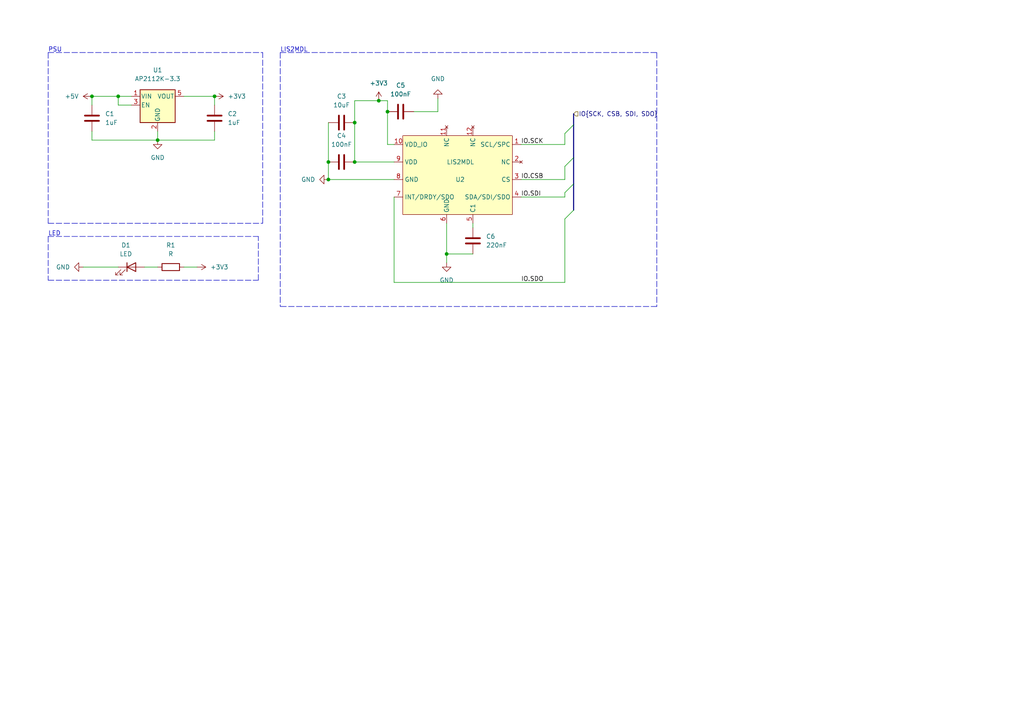
<source format=kicad_sch>
(kicad_sch (version 20211123) (generator eeschema)

  (uuid b4afdd30-7a78-4cd8-8670-bb6dd787dcdc)

  (paper "A4")

  (lib_symbols
    (symbol "Device:C" (pin_numbers hide) (pin_names (offset 0.254)) (in_bom yes) (on_board yes)
      (property "Reference" "C" (id 0) (at 0.635 2.54 0)
        (effects (font (size 1.27 1.27)) (justify left))
      )
      (property "Value" "C" (id 1) (at 0.635 -2.54 0)
        (effects (font (size 1.27 1.27)) (justify left))
      )
      (property "Footprint" "" (id 2) (at 0.9652 -3.81 0)
        (effects (font (size 1.27 1.27)) hide)
      )
      (property "Datasheet" "~" (id 3) (at 0 0 0)
        (effects (font (size 1.27 1.27)) hide)
      )
      (property "ki_keywords" "cap capacitor" (id 4) (at 0 0 0)
        (effects (font (size 1.27 1.27)) hide)
      )
      (property "ki_description" "Unpolarized capacitor" (id 5) (at 0 0 0)
        (effects (font (size 1.27 1.27)) hide)
      )
      (property "ki_fp_filters" "C_*" (id 6) (at 0 0 0)
        (effects (font (size 1.27 1.27)) hide)
      )
      (symbol "C_0_1"
        (polyline
          (pts
            (xy -2.032 -0.762)
            (xy 2.032 -0.762)
          )
          (stroke (width 0.508) (type default) (color 0 0 0 0))
          (fill (type none))
        )
        (polyline
          (pts
            (xy -2.032 0.762)
            (xy 2.032 0.762)
          )
          (stroke (width 0.508) (type default) (color 0 0 0 0))
          (fill (type none))
        )
      )
      (symbol "C_1_1"
        (pin passive line (at 0 3.81 270) (length 2.794)
          (name "~" (effects (font (size 1.27 1.27))))
          (number "1" (effects (font (size 1.27 1.27))))
        )
        (pin passive line (at 0 -3.81 90) (length 2.794)
          (name "~" (effects (font (size 1.27 1.27))))
          (number "2" (effects (font (size 1.27 1.27))))
        )
      )
    )
    (symbol "Device:LED" (pin_numbers hide) (pin_names (offset 1.016) hide) (in_bom yes) (on_board yes)
      (property "Reference" "D" (id 0) (at 0 2.54 0)
        (effects (font (size 1.27 1.27)))
      )
      (property "Value" "LED" (id 1) (at 0 -2.54 0)
        (effects (font (size 1.27 1.27)))
      )
      (property "Footprint" "" (id 2) (at 0 0 0)
        (effects (font (size 1.27 1.27)) hide)
      )
      (property "Datasheet" "~" (id 3) (at 0 0 0)
        (effects (font (size 1.27 1.27)) hide)
      )
      (property "ki_keywords" "LED diode" (id 4) (at 0 0 0)
        (effects (font (size 1.27 1.27)) hide)
      )
      (property "ki_description" "Light emitting diode" (id 5) (at 0 0 0)
        (effects (font (size 1.27 1.27)) hide)
      )
      (property "ki_fp_filters" "LED* LED_SMD:* LED_THT:*" (id 6) (at 0 0 0)
        (effects (font (size 1.27 1.27)) hide)
      )
      (symbol "LED_0_1"
        (polyline
          (pts
            (xy -1.27 -1.27)
            (xy -1.27 1.27)
          )
          (stroke (width 0.254) (type default) (color 0 0 0 0))
          (fill (type none))
        )
        (polyline
          (pts
            (xy -1.27 0)
            (xy 1.27 0)
          )
          (stroke (width 0) (type default) (color 0 0 0 0))
          (fill (type none))
        )
        (polyline
          (pts
            (xy 1.27 -1.27)
            (xy 1.27 1.27)
            (xy -1.27 0)
            (xy 1.27 -1.27)
          )
          (stroke (width 0.254) (type default) (color 0 0 0 0))
          (fill (type none))
        )
        (polyline
          (pts
            (xy -3.048 -0.762)
            (xy -4.572 -2.286)
            (xy -3.81 -2.286)
            (xy -4.572 -2.286)
            (xy -4.572 -1.524)
          )
          (stroke (width 0) (type default) (color 0 0 0 0))
          (fill (type none))
        )
        (polyline
          (pts
            (xy -1.778 -0.762)
            (xy -3.302 -2.286)
            (xy -2.54 -2.286)
            (xy -3.302 -2.286)
            (xy -3.302 -1.524)
          )
          (stroke (width 0) (type default) (color 0 0 0 0))
          (fill (type none))
        )
      )
      (symbol "LED_1_1"
        (pin passive line (at -3.81 0 0) (length 2.54)
          (name "K" (effects (font (size 1.27 1.27))))
          (number "1" (effects (font (size 1.27 1.27))))
        )
        (pin passive line (at 3.81 0 180) (length 2.54)
          (name "A" (effects (font (size 1.27 1.27))))
          (number "2" (effects (font (size 1.27 1.27))))
        )
      )
    )
    (symbol "Device:R" (pin_numbers hide) (pin_names (offset 0)) (in_bom yes) (on_board yes)
      (property "Reference" "R" (id 0) (at 2.032 0 90)
        (effects (font (size 1.27 1.27)))
      )
      (property "Value" "R" (id 1) (at 0 0 90)
        (effects (font (size 1.27 1.27)))
      )
      (property "Footprint" "" (id 2) (at -1.778 0 90)
        (effects (font (size 1.27 1.27)) hide)
      )
      (property "Datasheet" "~" (id 3) (at 0 0 0)
        (effects (font (size 1.27 1.27)) hide)
      )
      (property "ki_keywords" "R res resistor" (id 4) (at 0 0 0)
        (effects (font (size 1.27 1.27)) hide)
      )
      (property "ki_description" "Resistor" (id 5) (at 0 0 0)
        (effects (font (size 1.27 1.27)) hide)
      )
      (property "ki_fp_filters" "R_*" (id 6) (at 0 0 0)
        (effects (font (size 1.27 1.27)) hide)
      )
      (symbol "R_0_1"
        (rectangle (start -1.016 -2.54) (end 1.016 2.54)
          (stroke (width 0.254) (type default) (color 0 0 0 0))
          (fill (type none))
        )
      )
      (symbol "R_1_1"
        (pin passive line (at 0 3.81 270) (length 1.27)
          (name "~" (effects (font (size 1.27 1.27))))
          (number "1" (effects (font (size 1.27 1.27))))
        )
        (pin passive line (at 0 -3.81 90) (length 1.27)
          (name "~" (effects (font (size 1.27 1.27))))
          (number "2" (effects (font (size 1.27 1.27))))
        )
      )
    )
    (symbol "Regulator_Linear:AP2112K-3.3" (pin_names (offset 0.254)) (in_bom yes) (on_board yes)
      (property "Reference" "U" (id 0) (at -5.08 5.715 0)
        (effects (font (size 1.27 1.27)) (justify left))
      )
      (property "Value" "AP2112K-3.3" (id 1) (at 0 5.715 0)
        (effects (font (size 1.27 1.27)) (justify left))
      )
      (property "Footprint" "Package_TO_SOT_SMD:SOT-23-5" (id 2) (at 0 8.255 0)
        (effects (font (size 1.27 1.27)) hide)
      )
      (property "Datasheet" "https://www.diodes.com/assets/Datasheets/AP2112.pdf" (id 3) (at 0 2.54 0)
        (effects (font (size 1.27 1.27)) hide)
      )
      (property "ki_keywords" "linear regulator ldo fixed positive" (id 4) (at 0 0 0)
        (effects (font (size 1.27 1.27)) hide)
      )
      (property "ki_description" "600mA low dropout linear regulator, with enable pin, 3.8V-6V input voltage range, 3.3V fixed positive output, SOT-23-5" (id 5) (at 0 0 0)
        (effects (font (size 1.27 1.27)) hide)
      )
      (property "ki_fp_filters" "SOT?23?5*" (id 6) (at 0 0 0)
        (effects (font (size 1.27 1.27)) hide)
      )
      (symbol "AP2112K-3.3_0_1"
        (rectangle (start -5.08 4.445) (end 5.08 -5.08)
          (stroke (width 0.254) (type default) (color 0 0 0 0))
          (fill (type background))
        )
      )
      (symbol "AP2112K-3.3_1_1"
        (pin power_in line (at -7.62 2.54 0) (length 2.54)
          (name "VIN" (effects (font (size 1.27 1.27))))
          (number "1" (effects (font (size 1.27 1.27))))
        )
        (pin power_in line (at 0 -7.62 90) (length 2.54)
          (name "GND" (effects (font (size 1.27 1.27))))
          (number "2" (effects (font (size 1.27 1.27))))
        )
        (pin input line (at -7.62 0 0) (length 2.54)
          (name "EN" (effects (font (size 1.27 1.27))))
          (number "3" (effects (font (size 1.27 1.27))))
        )
        (pin no_connect line (at 5.08 0 180) (length 2.54) hide
          (name "NC" (effects (font (size 1.27 1.27))))
          (number "4" (effects (font (size 1.27 1.27))))
        )
        (pin power_out line (at 7.62 2.54 180) (length 2.54)
          (name "VOUT" (effects (font (size 1.27 1.27))))
          (number "5" (effects (font (size 1.27 1.27))))
        )
      )
    )
    (symbol "SocetPCBShield:LIS2MDL" (in_bom yes) (on_board yes)
      (property "Reference" "U2" (id 0) (at -1.27 -2.54 0)
        (effects (font (size 1.27 1.27)) (justify left))
      )
      (property "Value" "LIS2MDL" (id 1) (at -3.81 2.54 0)
        (effects (font (size 1.27 1.27)) (justify left))
      )
      (property "Footprint" "Package_LGA:LGA-12_2x2mm_P0.5mm" (id 2) (at 3.81 0 0)
        (effects (font (size 1.27 1.27)) hide)
      )
      (property "Datasheet" "" (id 3) (at 3.81 0 0)
        (effects (font (size 1.27 1.27)) hide)
      )
      (symbol "LIS2MDL_0_1"
        (rectangle (start -16.51 10.16) (end 15.24 -12.7)
          (stroke (width 0) (type default) (color 0 0 0 0))
          (fill (type background))
        )
      )
      (symbol "LIS2MDL_1_1"
        (pin input line (at 17.78 7.62 180) (length 2.54)
          (name "SCL/SPC" (effects (font (size 1.27 1.27))))
          (number "1" (effects (font (size 1.27 1.27))))
        )
        (pin power_in line (at -19.05 7.62 0) (length 2.54)
          (name "VDD_IO" (effects (font (size 1.27 1.27))))
          (number "10" (effects (font (size 1.27 1.27))))
        )
        (pin no_connect line (at -3.81 12.7 270) (length 2.54)
          (name "NC" (effects (font (size 1.27 1.27))))
          (number "11" (effects (font (size 1.27 1.27))))
        )
        (pin no_connect line (at 3.81 12.7 270) (length 2.54)
          (name "NC" (effects (font (size 1.27 1.27))))
          (number "12" (effects (font (size 1.27 1.27))))
        )
        (pin no_connect line (at 17.78 2.54 180) (length 2.54)
          (name "NC" (effects (font (size 1.27 1.27))))
          (number "2" (effects (font (size 1.27 1.27))))
        )
        (pin input line (at 17.78 -2.54 180) (length 2.54)
          (name "CS" (effects (font (size 1.27 1.27))))
          (number "3" (effects (font (size 1.27 1.27))))
        )
        (pin bidirectional line (at 17.78 -7.62 180) (length 2.54)
          (name "SDA/SDI/SDO" (effects (font (size 1.27 1.27))))
          (number "4" (effects (font (size 1.27 1.27))))
        )
        (pin input line (at 3.81 -15.24 90) (length 2.54)
          (name "C1" (effects (font (size 1.27 1.27))))
          (number "5" (effects (font (size 1.27 1.27))))
        )
        (pin power_in line (at -3.81 -15.24 90) (length 2.54)
          (name "GND" (effects (font (size 1.27 1.27))))
          (number "6" (effects (font (size 1.27 1.27))))
        )
        (pin input line (at -19.05 -7.62 0) (length 2.54)
          (name "INT/DRDY/SDO" (effects (font (size 1.27 1.27))))
          (number "7" (effects (font (size 1.27 1.27))))
        )
        (pin power_in line (at -19.05 -2.54 0) (length 2.54)
          (name "GND" (effects (font (size 1.27 1.27))))
          (number "8" (effects (font (size 1.27 1.27))))
        )
        (pin power_in line (at -19.05 2.54 0) (length 2.54)
          (name "VDD" (effects (font (size 1.27 1.27))))
          (number "9" (effects (font (size 1.27 1.27))))
        )
      )
    )
    (symbol "power:+3.3V" (power) (pin_names (offset 0)) (in_bom yes) (on_board yes)
      (property "Reference" "#PWR" (id 0) (at 0 -3.81 0)
        (effects (font (size 1.27 1.27)) hide)
      )
      (property "Value" "+3.3V" (id 1) (at 0 3.556 0)
        (effects (font (size 1.27 1.27)))
      )
      (property "Footprint" "" (id 2) (at 0 0 0)
        (effects (font (size 1.27 1.27)) hide)
      )
      (property "Datasheet" "" (id 3) (at 0 0 0)
        (effects (font (size 1.27 1.27)) hide)
      )
      (property "ki_keywords" "power-flag" (id 4) (at 0 0 0)
        (effects (font (size 1.27 1.27)) hide)
      )
      (property "ki_description" "Power symbol creates a global label with name \"+3.3V\"" (id 5) (at 0 0 0)
        (effects (font (size 1.27 1.27)) hide)
      )
      (symbol "+3.3V_0_1"
        (polyline
          (pts
            (xy -0.762 1.27)
            (xy 0 2.54)
          )
          (stroke (width 0) (type default) (color 0 0 0 0))
          (fill (type none))
        )
        (polyline
          (pts
            (xy 0 0)
            (xy 0 2.54)
          )
          (stroke (width 0) (type default) (color 0 0 0 0))
          (fill (type none))
        )
        (polyline
          (pts
            (xy 0 2.54)
            (xy 0.762 1.27)
          )
          (stroke (width 0) (type default) (color 0 0 0 0))
          (fill (type none))
        )
      )
      (symbol "+3.3V_1_1"
        (pin power_in line (at 0 0 90) (length 0) hide
          (name "+3V3" (effects (font (size 1.27 1.27))))
          (number "1" (effects (font (size 1.27 1.27))))
        )
      )
    )
    (symbol "power:+5V" (power) (pin_names (offset 0)) (in_bom yes) (on_board yes)
      (property "Reference" "#PWR" (id 0) (at 0 -3.81 0)
        (effects (font (size 1.27 1.27)) hide)
      )
      (property "Value" "+5V" (id 1) (at 0 3.556 0)
        (effects (font (size 1.27 1.27)))
      )
      (property "Footprint" "" (id 2) (at 0 0 0)
        (effects (font (size 1.27 1.27)) hide)
      )
      (property "Datasheet" "" (id 3) (at 0 0 0)
        (effects (font (size 1.27 1.27)) hide)
      )
      (property "ki_keywords" "power-flag" (id 4) (at 0 0 0)
        (effects (font (size 1.27 1.27)) hide)
      )
      (property "ki_description" "Power symbol creates a global label with name \"+5V\"" (id 5) (at 0 0 0)
        (effects (font (size 1.27 1.27)) hide)
      )
      (symbol "+5V_0_1"
        (polyline
          (pts
            (xy -0.762 1.27)
            (xy 0 2.54)
          )
          (stroke (width 0) (type default) (color 0 0 0 0))
          (fill (type none))
        )
        (polyline
          (pts
            (xy 0 0)
            (xy 0 2.54)
          )
          (stroke (width 0) (type default) (color 0 0 0 0))
          (fill (type none))
        )
        (polyline
          (pts
            (xy 0 2.54)
            (xy 0.762 1.27)
          )
          (stroke (width 0) (type default) (color 0 0 0 0))
          (fill (type none))
        )
      )
      (symbol "+5V_1_1"
        (pin power_in line (at 0 0 90) (length 0) hide
          (name "+5V" (effects (font (size 1.27 1.27))))
          (number "1" (effects (font (size 1.27 1.27))))
        )
      )
    )
    (symbol "power:GND" (power) (pin_names (offset 0)) (in_bom yes) (on_board yes)
      (property "Reference" "#PWR" (id 0) (at 0 -6.35 0)
        (effects (font (size 1.27 1.27)) hide)
      )
      (property "Value" "GND" (id 1) (at 0 -3.81 0)
        (effects (font (size 1.27 1.27)))
      )
      (property "Footprint" "" (id 2) (at 0 0 0)
        (effects (font (size 1.27 1.27)) hide)
      )
      (property "Datasheet" "" (id 3) (at 0 0 0)
        (effects (font (size 1.27 1.27)) hide)
      )
      (property "ki_keywords" "power-flag" (id 4) (at 0 0 0)
        (effects (font (size 1.27 1.27)) hide)
      )
      (property "ki_description" "Power symbol creates a global label with name \"GND\" , ground" (id 5) (at 0 0 0)
        (effects (font (size 1.27 1.27)) hide)
      )
      (symbol "GND_0_1"
        (polyline
          (pts
            (xy 0 0)
            (xy 0 -1.27)
            (xy 1.27 -1.27)
            (xy 0 -2.54)
            (xy -1.27 -1.27)
            (xy 0 -1.27)
          )
          (stroke (width 0) (type default) (color 0 0 0 0))
          (fill (type none))
        )
      )
      (symbol "GND_1_1"
        (pin power_in line (at 0 0 270) (length 0) hide
          (name "GND" (effects (font (size 1.27 1.27))))
          (number "1" (effects (font (size 1.27 1.27))))
        )
      )
    )
  )

  (junction (at 95.25 46.99) (diameter 0) (color 0 0 0 0)
    (uuid 09ef41fd-6161-40fc-8feb-8e64e3f8fc4f)
  )
  (junction (at 45.72 40.64) (diameter 0) (color 0 0 0 0)
    (uuid 1fcf60a1-c479-4ef4-874f-68b80d55c2ab)
  )
  (junction (at 95.25 52.07) (diameter 0) (color 0 0 0 0)
    (uuid 3e91f4de-cb78-4786-a8be-c3880451eed5)
  )
  (junction (at 102.87 35.56) (diameter 0) (color 0 0 0 0)
    (uuid 54513bda-062e-4713-ba7c-5638f3f86d52)
  )
  (junction (at 112.395 32.385) (diameter 0) (color 0 0 0 0)
    (uuid 5ab36640-fd8d-4c84-827d-4eb320ca1929)
  )
  (junction (at 34.29 27.94) (diameter 0) (color 0 0 0 0)
    (uuid 608c03cf-2d27-4ab8-8549-0681479da22d)
  )
  (junction (at 129.54 73.66) (diameter 0) (color 0 0 0 0)
    (uuid 7e9c7cd9-f6e6-4c54-ba71-d5a12aa23321)
  )
  (junction (at 26.67 27.94) (diameter 0) (color 0 0 0 0)
    (uuid 9609a91c-c20f-43f6-bf78-6e9b75478d17)
  )
  (junction (at 62.23 27.94) (diameter 0) (color 0 0 0 0)
    (uuid a26f4b65-2388-46f0-ab3e-cd98aaf191c8)
  )
  (junction (at 109.855 29.21) (diameter 0) (color 0 0 0 0)
    (uuid a75f64dc-fac2-4db5-bd34-f3031a1bac57)
  )
  (junction (at 102.87 46.99) (diameter 0) (color 0 0 0 0)
    (uuid b5e6f95b-1166-4435-bfb6-2a9a16f6013a)
  )

  (bus_entry (at 166.37 45.72) (size -2.54 2.54)
    (stroke (width 0) (type default) (color 0 0 0 0))
    (uuid 21839ef2-7d7b-4031-894a-135c13bda295)
  )
  (bus_entry (at 166.37 36.195) (size -2.54 2.54)
    (stroke (width 0) (type default) (color 0 0 0 0))
    (uuid 90655685-5b51-4b54-b3ea-2c39a14cfeb4)
  )
  (bus_entry (at 166.37 53.34) (size -2.54 2.54)
    (stroke (width 0) (type default) (color 0 0 0 0))
    (uuid ceaff973-4203-4b6a-bf04-da1a28026438)
  )
  (bus_entry (at 166.37 60.96) (size -2.54 2.54)
    (stroke (width 0) (type default) (color 0 0 0 0))
    (uuid e7b47dc6-c74e-4537-9550-b08e02cd2e18)
  )

  (wire (pts (xy 34.29 30.48) (xy 34.29 27.94))
    (stroke (width 0) (type default) (color 0 0 0 0))
    (uuid 0860f0f9-9454-4cee-958b-2fa73380d4e6)
  )
  (polyline (pts (xy 81.28 15.24) (xy 190.5 15.24))
    (stroke (width 0) (type default) (color 0 0 0 0))
    (uuid 0fe459be-6237-4e69-9849-b12b113e8605)
  )

  (wire (pts (xy 109.855 29.21) (xy 112.395 29.21))
    (stroke (width 0) (type default) (color 0 0 0 0))
    (uuid 1233cc7a-a6a3-46b4-8070-5f078d7529a3)
  )
  (polyline (pts (xy 13.97 81.28) (xy 74.93 81.28))
    (stroke (width 0) (type default) (color 0 0 0 0))
    (uuid 19dfb526-1819-4de6-be15-74d17ecc358c)
  )

  (wire (pts (xy 163.83 57.15) (xy 151.13 57.15))
    (stroke (width 0) (type default) (color 0 0 0 0))
    (uuid 24c8a5b7-d47b-4d5c-9164-72be47b734d1)
  )
  (wire (pts (xy 129.54 64.77) (xy 129.54 73.66))
    (stroke (width 0) (type default) (color 0 0 0 0))
    (uuid 290f9a82-a0ae-4283-8c11-2c99b9e8ac6b)
  )
  (polyline (pts (xy 13.97 68.58) (xy 74.93 68.58))
    (stroke (width 0) (type default) (color 0 0 0 0))
    (uuid 2edac8b6-f0e2-4e39-82c8-e94717df5ca9)
  )

  (wire (pts (xy 137.16 64.77) (xy 137.16 66.04))
    (stroke (width 0) (type default) (color 0 0 0 0))
    (uuid 38b05dcc-83ef-4ce6-9ed7-5de37cbd2a3e)
  )
  (wire (pts (xy 163.83 52.07) (xy 151.13 52.07))
    (stroke (width 0) (type default) (color 0 0 0 0))
    (uuid 472f05ea-eed2-4606-b279-8ad5e6fc6357)
  )
  (polyline (pts (xy 13.97 64.77) (xy 76.2 64.77))
    (stroke (width 0) (type default) (color 0 0 0 0))
    (uuid 4a0f5e45-a1a5-4cba-8e94-a383c91e4ca3)
  )

  (wire (pts (xy 129.54 73.66) (xy 137.16 73.66))
    (stroke (width 0) (type default) (color 0 0 0 0))
    (uuid 4c9cbc91-67c4-46f6-89e8-f3589ca3f7a9)
  )
  (wire (pts (xy 102.87 29.21) (xy 102.87 35.56))
    (stroke (width 0) (type default) (color 0 0 0 0))
    (uuid 51d0f833-0413-4b9c-a92c-f2377a944a19)
  )
  (wire (pts (xy 41.91 77.47) (xy 45.72 77.47))
    (stroke (width 0) (type default) (color 0 0 0 0))
    (uuid 51eb3db4-90a4-40aa-b255-f75600908454)
  )
  (wire (pts (xy 95.25 35.56) (xy 95.25 46.99))
    (stroke (width 0) (type default) (color 0 0 0 0))
    (uuid 569f2c28-3df6-404d-a6ec-e43e4740fc47)
  )
  (bus (pts (xy 166.37 33.02) (xy 166.37 36.195))
    (stroke (width 0) (type default) (color 0 0 0 0))
    (uuid 574f8afe-b009-4fe4-ba6b-164cfc693a46)
  )

  (wire (pts (xy 62.23 27.94) (xy 62.23 30.48))
    (stroke (width 0) (type default) (color 0 0 0 0))
    (uuid 594560b0-cf2e-4a6d-bcf6-61f80047e992)
  )
  (polyline (pts (xy 74.93 81.28) (xy 74.93 68.58))
    (stroke (width 0) (type default) (color 0 0 0 0))
    (uuid 5f94e269-b0e9-449f-b0c6-c82331dc770c)
  )
  (polyline (pts (xy 190.5 15.24) (xy 190.5 88.9))
    (stroke (width 0) (type default) (color 0 0 0 0))
    (uuid 61dbe59a-733b-4e0b-9ef4-41e0aa7ecbd5)
  )
  (polyline (pts (xy 76.2 64.77) (xy 76.2 15.24))
    (stroke (width 0) (type default) (color 0 0 0 0))
    (uuid 668de0ce-4025-4a77-b7ae-77802fbbf027)
  )

  (wire (pts (xy 112.395 29.21) (xy 112.395 32.385))
    (stroke (width 0) (type default) (color 0 0 0 0))
    (uuid 67233c25-66ea-4648-af55-738968deab39)
  )
  (wire (pts (xy 24.13 77.47) (xy 34.29 77.47))
    (stroke (width 0) (type default) (color 0 0 0 0))
    (uuid 685ca68c-a627-48a9-9de9-f7b6c0afaa8d)
  )
  (wire (pts (xy 26.67 27.94) (xy 26.67 30.48))
    (stroke (width 0) (type default) (color 0 0 0 0))
    (uuid 6a81a04b-0c6b-4fb8-9f82-5563fe86f14c)
  )
  (wire (pts (xy 163.83 63.5) (xy 163.83 81.915))
    (stroke (width 0) (type default) (color 0 0 0 0))
    (uuid 6b145cb6-07b1-4ad1-9c1c-74258b4a493f)
  )
  (polyline (pts (xy 13.97 15.24) (xy 13.97 64.77))
    (stroke (width 0) (type default) (color 0 0 0 0))
    (uuid 6b61421f-5f21-4988-a489-ed17723fb630)
  )

  (wire (pts (xy 127 28.575) (xy 127 32.385))
    (stroke (width 0) (type default) (color 0 0 0 0))
    (uuid 6ba92b52-893f-4d34-8948-0105b108dff0)
  )
  (wire (pts (xy 95.25 52.07) (xy 114.3 52.07))
    (stroke (width 0) (type default) (color 0 0 0 0))
    (uuid 754a4c8b-c6e7-47bc-bb82-2bdcae037426)
  )
  (wire (pts (xy 34.29 27.94) (xy 26.67 27.94))
    (stroke (width 0) (type default) (color 0 0 0 0))
    (uuid 76e2f149-9fab-48b0-995d-d1794f9a58b5)
  )
  (wire (pts (xy 53.34 77.47) (xy 57.15 77.47))
    (stroke (width 0) (type default) (color 0 0 0 0))
    (uuid 8b02311f-417d-4a5f-ba6e-387244d39014)
  )
  (wire (pts (xy 95.25 46.99) (xy 95.25 52.07))
    (stroke (width 0) (type default) (color 0 0 0 0))
    (uuid 90c1072d-609e-4a21-b75a-389643391687)
  )
  (polyline (pts (xy 190.5 88.9) (xy 81.28 88.9))
    (stroke (width 0) (type default) (color 0 0 0 0))
    (uuid 931387c7-43fa-4939-aaf1-13ce3ed18210)
  )

  (wire (pts (xy 38.1 30.48) (xy 34.29 30.48))
    (stroke (width 0) (type default) (color 0 0 0 0))
    (uuid 938b70f4-b532-477d-b045-ae28f971dc71)
  )
  (wire (pts (xy 114.3 81.915) (xy 114.3 57.15))
    (stroke (width 0) (type default) (color 0 0 0 0))
    (uuid 955af171-335b-4050-b54b-7f799000b5a2)
  )
  (wire (pts (xy 112.395 41.91) (xy 114.3 41.91))
    (stroke (width 0) (type default) (color 0 0 0 0))
    (uuid 9915a355-42ac-442c-b822-f41093e359ac)
  )
  (bus (pts (xy 166.37 36.195) (xy 166.37 45.72))
    (stroke (width 0) (type default) (color 0 0 0 0))
    (uuid 9c0000bc-79bf-4069-a95f-11752c2f9505)
  )

  (wire (pts (xy 26.67 40.64) (xy 45.72 40.64))
    (stroke (width 0) (type default) (color 0 0 0 0))
    (uuid a003a8a5-900f-434b-af9b-fa198cd1af95)
  )
  (wire (pts (xy 127 32.385) (xy 120.015 32.385))
    (stroke (width 0) (type default) (color 0 0 0 0))
    (uuid ab72c4fd-0afd-455b-a44e-ec97ffb63f48)
  )
  (wire (pts (xy 62.23 40.64) (xy 62.23 38.1))
    (stroke (width 0) (type default) (color 0 0 0 0))
    (uuid ae62d085-6ed9-4317-b4a2-b1fbfa2c2f45)
  )
  (wire (pts (xy 112.395 32.385) (xy 112.395 41.91))
    (stroke (width 0) (type default) (color 0 0 0 0))
    (uuid b05347f1-6a48-4e7b-9f18-332ce3239c65)
  )
  (wire (pts (xy 163.83 38.735) (xy 163.83 41.91))
    (stroke (width 0) (type default) (color 0 0 0 0))
    (uuid b4426e05-651d-4df9-9018-364ec329e4eb)
  )
  (wire (pts (xy 163.83 48.26) (xy 163.83 52.07))
    (stroke (width 0) (type default) (color 0 0 0 0))
    (uuid b44faa5b-f007-478d-839f-f57b29735e11)
  )
  (wire (pts (xy 102.87 46.99) (xy 114.3 46.99))
    (stroke (width 0) (type default) (color 0 0 0 0))
    (uuid b7b29747-49c6-4656-85a8-678913874d55)
  )
  (wire (pts (xy 129.54 73.66) (xy 129.54 76.2))
    (stroke (width 0) (type default) (color 0 0 0 0))
    (uuid bee99282-cbf6-4784-bc09-3e62a357bf71)
  )
  (bus (pts (xy 166.37 53.34) (xy 166.37 60.96))
    (stroke (width 0) (type default) (color 0 0 0 0))
    (uuid bf2f786e-b958-414c-8cac-16f7c22cc6af)
  )

  (wire (pts (xy 38.1 27.94) (xy 34.29 27.94))
    (stroke (width 0) (type default) (color 0 0 0 0))
    (uuid c4a54d4d-c35c-4ca0-8507-93d9297306f5)
  )
  (wire (pts (xy 102.87 35.56) (xy 102.87 46.99))
    (stroke (width 0) (type default) (color 0 0 0 0))
    (uuid d0790901-acaf-4b3f-9e9e-05dca3401986)
  )
  (wire (pts (xy 109.855 29.21) (xy 102.87 29.21))
    (stroke (width 0) (type default) (color 0 0 0 0))
    (uuid d158959a-f9cb-4e2e-bca1-1dede67471f5)
  )
  (wire (pts (xy 45.72 38.1) (xy 45.72 40.64))
    (stroke (width 0) (type default) (color 0 0 0 0))
    (uuid d55639fe-0dbb-47c4-9a18-dc5b05fa3874)
  )
  (wire (pts (xy 114.3 81.915) (xy 163.83 81.915))
    (stroke (width 0) (type default) (color 0 0 0 0))
    (uuid d57d94fe-cc51-4c08-ae50-7989ad725ea3)
  )
  (wire (pts (xy 26.67 38.1) (xy 26.67 40.64))
    (stroke (width 0) (type default) (color 0 0 0 0))
    (uuid dc9e1614-34a9-4e22-a9cf-c8e55ec48f0f)
  )
  (bus (pts (xy 166.37 45.72) (xy 166.37 53.34))
    (stroke (width 0) (type default) (color 0 0 0 0))
    (uuid dfaf977c-2ec6-4317-b503-6d6683203062)
  )

  (wire (pts (xy 163.83 55.88) (xy 163.83 57.15))
    (stroke (width 0) (type default) (color 0 0 0 0))
    (uuid e70dbca0-0d43-41a2-8a05-e03f824e22d5)
  )
  (wire (pts (xy 163.83 41.91) (xy 151.13 41.91))
    (stroke (width 0) (type default) (color 0 0 0 0))
    (uuid eeff739b-d861-4061-80bd-a2b2c3641f16)
  )
  (wire (pts (xy 45.72 40.64) (xy 62.23 40.64))
    (stroke (width 0) (type default) (color 0 0 0 0))
    (uuid f6cf46c0-d85b-4bcd-990c-cc3af401e6b2)
  )
  (wire (pts (xy 53.34 27.94) (xy 62.23 27.94))
    (stroke (width 0) (type default) (color 0 0 0 0))
    (uuid f75d7cc3-8c66-4d7b-9d11-2bb6e62ff4ca)
  )
  (polyline (pts (xy 13.97 15.24) (xy 76.2 15.24))
    (stroke (width 0) (type default) (color 0 0 0 0))
    (uuid f7d8ba0a-6c39-4cdd-8a84-e8201729bede)
  )
  (polyline (pts (xy 81.28 15.24) (xy 81.28 88.9))
    (stroke (width 0) (type default) (color 0 0 0 0))
    (uuid fa5747ea-2b97-4aed-b48d-8781bac7e4b9)
  )
  (polyline (pts (xy 13.97 68.58) (xy 13.97 81.28))
    (stroke (width 0) (type default) (color 0 0 0 0))
    (uuid fe982cb0-1091-45e9-9899-53f4d58d469f)
  )

  (text "LIS2MDL" (at 81.28 15.24 0)
    (effects (font (size 1.27 1.27)) (justify left bottom))
    (uuid 7c99f1d6-d6e7-44ed-9914-fa65d3abb1c9)
  )
  (text "PSU" (at 13.97 15.24 0)
    (effects (font (size 1.27 1.27)) (justify left bottom))
    (uuid 9b958bf4-8ea5-4b86-9e8a-206907cb1cd7)
  )
  (text "LED" (at 13.97 68.58 0)
    (effects (font (size 1.27 1.27)) (justify left bottom))
    (uuid e2ad0dc0-cc92-4fd7-9b3b-844d81e1bf43)
  )

  (label "IO.SDO" (at 151.13 81.915 0)
    (effects (font (size 1.27 1.27)) (justify left bottom))
    (uuid 7f8e1f41-4db0-4e0a-ae14-3cb905713c31)
  )
  (label "IO.SDI" (at 151.13 57.15 0)
    (effects (font (size 1.27 1.27)) (justify left bottom))
    (uuid c6277cc7-2c3e-4aad-9f45-5c4615046e6f)
  )
  (label "IO.SCK" (at 151.13 41.91 0)
    (effects (font (size 1.27 1.27)) (justify left bottom))
    (uuid cc50ee28-e1a5-4ea5-98b9-1f49536ca828)
  )
  (label "IO.CSB" (at 151.13 52.07 0)
    (effects (font (size 1.27 1.27)) (justify left bottom))
    (uuid d24e365b-ab25-4a87-a808-77d49cad87d1)
  )

  (hierarchical_label "IO{SCK, CSB, SDI, SDO}" (shape input) (at 166.37 33.02 0)
    (effects (font (size 1.27 1.27)) (justify left))
    (uuid 484e19e9-c7d3-4dbe-909d-bfa85c985726)
  )

  (symbol (lib_id "power:+3.3V") (at 62.23 27.94 270) (unit 1)
    (in_bom yes) (on_board yes) (fields_autoplaced)
    (uuid 09042bcc-f9ad-44e4-a16a-972d48047117)
    (property "Reference" "#PWR0105" (id 0) (at 58.42 27.94 0)
      (effects (font (size 1.27 1.27)) hide)
    )
    (property "Value" "+3.3V" (id 1) (at 66.04 27.9399 90)
      (effects (font (size 1.27 1.27)) (justify left))
    )
    (property "Footprint" "" (id 2) (at 62.23 27.94 0)
      (effects (font (size 1.27 1.27)) hide)
    )
    (property "Datasheet" "" (id 3) (at 62.23 27.94 0)
      (effects (font (size 1.27 1.27)) hide)
    )
    (pin "1" (uuid 20a7f6e0-14da-480a-a407-87642edb9ade))
  )

  (symbol (lib_id "Device:C") (at 116.205 32.385 90) (unit 1)
    (in_bom yes) (on_board yes) (fields_autoplaced)
    (uuid 09debd93-c9ca-408d-872b-2645fcd547e9)
    (property "Reference" "C5" (id 0) (at 116.205 24.765 90))
    (property "Value" "100nF" (id 1) (at 116.205 27.305 90))
    (property "Footprint" "Capacitor_SMD:C_0805_2012Metric_Pad1.18x1.45mm_HandSolder" (id 2) (at 120.015 31.4198 0)
      (effects (font (size 1.27 1.27)) hide)
    )
    (property "Datasheet" "~" (id 3) (at 116.205 32.385 0)
      (effects (font (size 1.27 1.27)) hide)
    )
    (pin "1" (uuid 20e1996d-2f58-4e10-84ce-2ad578b38c91))
    (pin "2" (uuid 6c223f33-a854-484f-b170-58957b5a0cbe))
  )

  (symbol (lib_id "Device:C") (at 26.67 34.29 180) (unit 1)
    (in_bom yes) (on_board yes) (fields_autoplaced)
    (uuid 0d81759d-b1f6-4505-abbe-8a953f94ea4c)
    (property "Reference" "C1" (id 0) (at 30.48 33.0199 0)
      (effects (font (size 1.27 1.27)) (justify right))
    )
    (property "Value" "1uF" (id 1) (at 30.48 35.5599 0)
      (effects (font (size 1.27 1.27)) (justify right))
    )
    (property "Footprint" "Capacitor_SMD:C_0805_2012Metric_Pad1.18x1.45mm_HandSolder" (id 2) (at 25.7048 30.48 0)
      (effects (font (size 1.27 1.27)) hide)
    )
    (property "Datasheet" "~" (id 3) (at 26.67 34.29 0)
      (effects (font (size 1.27 1.27)) hide)
    )
    (pin "1" (uuid e4619656-c2a8-40ba-b86b-02aff2524ca6))
    (pin "2" (uuid 14f9bf88-6f7e-4741-95d0-a2b4330eb73b))
  )

  (symbol (lib_id "power:GND") (at 24.13 77.47 270) (unit 1)
    (in_bom yes) (on_board yes) (fields_autoplaced)
    (uuid 182e50a8-6904-46d5-859a-96e07d7270ba)
    (property "Reference" "#PWR0108" (id 0) (at 17.78 77.47 0)
      (effects (font (size 1.27 1.27)) hide)
    )
    (property "Value" "GND" (id 1) (at 20.32 77.4699 90)
      (effects (font (size 1.27 1.27)) (justify right))
    )
    (property "Footprint" "" (id 2) (at 24.13 77.47 0)
      (effects (font (size 1.27 1.27)) hide)
    )
    (property "Datasheet" "" (id 3) (at 24.13 77.47 0)
      (effects (font (size 1.27 1.27)) hide)
    )
    (pin "1" (uuid e2ef93ed-d87f-4e3c-9d3f-6527496b010f))
  )

  (symbol (lib_id "Device:C") (at 62.23 34.29 0) (unit 1)
    (in_bom yes) (on_board yes) (fields_autoplaced)
    (uuid 1f513e25-9283-4864-aa7c-0fd457ed8535)
    (property "Reference" "C2" (id 0) (at 66.04 33.0199 0)
      (effects (font (size 1.27 1.27)) (justify left))
    )
    (property "Value" "1uF" (id 1) (at 66.04 35.5599 0)
      (effects (font (size 1.27 1.27)) (justify left))
    )
    (property "Footprint" "Capacitor_SMD:C_0805_2012Metric_Pad1.18x1.45mm_HandSolder" (id 2) (at 63.1952 38.1 0)
      (effects (font (size 1.27 1.27)) hide)
    )
    (property "Datasheet" "~" (id 3) (at 62.23 34.29 0)
      (effects (font (size 1.27 1.27)) hide)
    )
    (pin "1" (uuid 34fd7c19-89c0-42bd-9365-61d4ba72537d))
    (pin "2" (uuid 4e57ce11-bd09-4403-b025-7127bc0df95d))
  )

  (symbol (lib_id "Device:C") (at 99.06 35.56 90) (unit 1)
    (in_bom yes) (on_board yes) (fields_autoplaced)
    (uuid 2fad376b-7dfd-40db-82a2-d451dc7aad5d)
    (property "Reference" "C3" (id 0) (at 99.06 27.94 90))
    (property "Value" "10uF" (id 1) (at 99.06 30.48 90))
    (property "Footprint" "Capacitor_SMD:C_0805_2012Metric_Pad1.18x1.45mm_HandSolder" (id 2) (at 102.87 34.5948 0)
      (effects (font (size 1.27 1.27)) hide)
    )
    (property "Datasheet" "~" (id 3) (at 99.06 35.56 0)
      (effects (font (size 1.27 1.27)) hide)
    )
    (pin "1" (uuid 2f7ea100-d2a0-4353-a1ad-98c07f8f8f68))
    (pin "2" (uuid fd0667a6-c053-40ae-af7a-2a3b99973c20))
  )

  (symbol (lib_id "power:+5V") (at 26.67 27.94 90) (unit 1)
    (in_bom yes) (on_board yes) (fields_autoplaced)
    (uuid 3023d2ce-927a-4931-80ac-b4ade6c948cb)
    (property "Reference" "#PWR0109" (id 0) (at 30.48 27.94 0)
      (effects (font (size 1.27 1.27)) hide)
    )
    (property "Value" "+5V" (id 1) (at 22.86 27.9399 90)
      (effects (font (size 1.27 1.27)) (justify left))
    )
    (property "Footprint" "" (id 2) (at 26.67 27.94 0)
      (effects (font (size 1.27 1.27)) hide)
    )
    (property "Datasheet" "" (id 3) (at 26.67 27.94 0)
      (effects (font (size 1.27 1.27)) hide)
    )
    (pin "1" (uuid a697f350-9685-49a1-960d-612acae3acf6))
  )

  (symbol (lib_id "power:+3.3V") (at 57.15 77.47 270) (unit 1)
    (in_bom yes) (on_board yes) (fields_autoplaced)
    (uuid 37e017af-2338-4fcb-b45f-397bf9e44b90)
    (property "Reference" "#PWR0107" (id 0) (at 53.34 77.47 0)
      (effects (font (size 1.27 1.27)) hide)
    )
    (property "Value" "+3.3V" (id 1) (at 60.96 77.4699 90)
      (effects (font (size 1.27 1.27)) (justify left))
    )
    (property "Footprint" "" (id 2) (at 57.15 77.47 0)
      (effects (font (size 1.27 1.27)) hide)
    )
    (property "Datasheet" "" (id 3) (at 57.15 77.47 0)
      (effects (font (size 1.27 1.27)) hide)
    )
    (pin "1" (uuid 3f4ed1ca-2533-498e-a896-24695784df0b))
  )

  (symbol (lib_id "power:GND") (at 129.54 76.2 0) (unit 1)
    (in_bom yes) (on_board yes) (fields_autoplaced)
    (uuid 3850d854-96bb-47b3-b98d-f90a6f7723ac)
    (property "Reference" "#PWR0101" (id 0) (at 129.54 82.55 0)
      (effects (font (size 1.27 1.27)) hide)
    )
    (property "Value" "GND" (id 1) (at 129.54 81.28 0))
    (property "Footprint" "" (id 2) (at 129.54 76.2 0)
      (effects (font (size 1.27 1.27)) hide)
    )
    (property "Datasheet" "" (id 3) (at 129.54 76.2 0)
      (effects (font (size 1.27 1.27)) hide)
    )
    (pin "1" (uuid 4f8fd37f-1f92-4f42-99da-8087c126ffc1))
  )

  (symbol (lib_id "power:GND") (at 45.72 40.64 0) (unit 1)
    (in_bom yes) (on_board yes) (fields_autoplaced)
    (uuid 3a8193b4-263f-4440-930b-8ceffe341a02)
    (property "Reference" "#PWR0106" (id 0) (at 45.72 46.99 0)
      (effects (font (size 1.27 1.27)) hide)
    )
    (property "Value" "GND" (id 1) (at 45.72 45.72 0))
    (property "Footprint" "" (id 2) (at 45.72 40.64 0)
      (effects (font (size 1.27 1.27)) hide)
    )
    (property "Datasheet" "" (id 3) (at 45.72 40.64 0)
      (effects (font (size 1.27 1.27)) hide)
    )
    (pin "1" (uuid d3281ce4-8620-4a1b-978c-4b5b25b5ee1a))
  )

  (symbol (lib_id "SocetPCBShield:LIS2MDL") (at 133.35 49.53 0) (unit 1)
    (in_bom yes) (on_board yes)
    (uuid 4243b7ca-6971-460f-946f-769cd7ced873)
    (property "Reference" "U2" (id 0) (at 132.08 52.07 0)
      (effects (font (size 1.27 1.27)) (justify left))
    )
    (property "Value" "LIS2MDL" (id 1) (at 129.54 46.99 0)
      (effects (font (size 1.27 1.27)) (justify left))
    )
    (property "Footprint" "Package_LGA:LGA-12_2x2mm_P0.5mm" (id 2) (at 137.16 49.53 0)
      (effects (font (size 1.27 1.27)) hide)
    )
    (property "Datasheet" "" (id 3) (at 137.16 49.53 0)
      (effects (font (size 1.27 1.27)) hide)
    )
    (pin "1" (uuid 9ee95d4e-d4ec-4705-a5ba-58e0e04ffcab))
    (pin "10" (uuid 79fd0f5a-0a7f-433a-8859-af336139af2e))
    (pin "11" (uuid 191b8a4d-49fb-4168-9538-61c1354cdfa4))
    (pin "12" (uuid f232d5ae-9a6d-4e04-a9fb-a2fa8946354c))
    (pin "2" (uuid 2e9b0696-2379-48fa-b780-1e5adc1d12d2))
    (pin "3" (uuid 14f1d3e7-c10b-45ee-85c8-491bce4d73d2))
    (pin "4" (uuid 62c37375-19c9-4f32-98a4-eed18efcf9dd))
    (pin "5" (uuid 3999bf6f-1a47-4759-86b2-e1a9f13cb2b2))
    (pin "6" (uuid 6078a705-8ba8-4d6e-9364-1703650a3f1e))
    (pin "7" (uuid 8e33ed15-486f-45f0-a3ec-eb776931ba28))
    (pin "8" (uuid abb722c1-f0b3-4ae1-a0ce-a67ef75be809))
    (pin "9" (uuid fd0a0f55-b48f-47c8-836b-946ecf27baae))
  )

  (symbol (lib_id "Regulator_Linear:AP2112K-3.3") (at 45.72 30.48 0) (unit 1)
    (in_bom yes) (on_board yes) (fields_autoplaced)
    (uuid 5c12b239-0236-4ed5-84c7-a9157041bab5)
    (property "Reference" "U1" (id 0) (at 45.72 20.32 0))
    (property "Value" "AP2112K-3.3" (id 1) (at 45.72 22.86 0))
    (property "Footprint" "Package_TO_SOT_SMD:SOT-23-5" (id 2) (at 45.72 22.225 0)
      (effects (font (size 1.27 1.27)) hide)
    )
    (property "Datasheet" "https://www.diodes.com/assets/Datasheets/AP2112.pdf" (id 3) (at 45.72 27.94 0)
      (effects (font (size 1.27 1.27)) hide)
    )
    (pin "1" (uuid d39ec8b0-700b-4618-8a87-40a440d0ef2d))
    (pin "2" (uuid 3674f789-96c1-4426-824d-c1afbbc7422b))
    (pin "3" (uuid 08330d24-a302-4fa6-92af-7fcf198366d5))
    (pin "4" (uuid d8d49a2d-251a-4ff6-9616-b61e8daad5db))
    (pin "5" (uuid 970bbd5e-368d-43f8-ac65-aa892ab9517b))
  )

  (symbol (lib_id "Device:R") (at 49.53 77.47 90) (unit 1)
    (in_bom yes) (on_board yes) (fields_autoplaced)
    (uuid 712c5580-cd73-4c72-a69d-815b83f60369)
    (property "Reference" "R1" (id 0) (at 49.53 71.12 90))
    (property "Value" "R" (id 1) (at 49.53 73.66 90))
    (property "Footprint" "Resistor_SMD:R_0805_2012Metric_Pad1.20x1.40mm_HandSolder" (id 2) (at 49.53 79.248 90)
      (effects (font (size 1.27 1.27)) hide)
    )
    (property "Datasheet" "~" (id 3) (at 49.53 77.47 0)
      (effects (font (size 1.27 1.27)) hide)
    )
    (pin "1" (uuid ea703adf-82ef-45b1-b5fd-be7d55681462))
    (pin "2" (uuid b049864b-bf2b-42bf-a143-3405353f753c))
  )

  (symbol (lib_id "Device:LED") (at 38.1 77.47 0) (unit 1)
    (in_bom yes) (on_board yes) (fields_autoplaced)
    (uuid 958a468a-2dbf-4a37-812f-625a974cf902)
    (property "Reference" "D1" (id 0) (at 36.5125 71.12 0))
    (property "Value" "LED" (id 1) (at 36.5125 73.66 0))
    (property "Footprint" "Diode_SMD:D_0805_2012Metric_Pad1.15x1.40mm_HandSolder" (id 2) (at 38.1 77.47 0)
      (effects (font (size 1.27 1.27)) hide)
    )
    (property "Datasheet" "~" (id 3) (at 38.1 77.47 0)
      (effects (font (size 1.27 1.27)) hide)
    )
    (pin "1" (uuid 8cdf2e95-bac4-427b-a7ae-4d55cdd10ea6))
    (pin "2" (uuid 7799c295-27b8-4624-b035-9a02cfc66998))
  )

  (symbol (lib_id "Device:C") (at 137.16 69.85 0) (unit 1)
    (in_bom yes) (on_board yes) (fields_autoplaced)
    (uuid a48d9483-4b89-4060-a3c8-42f868cce31c)
    (property "Reference" "C6" (id 0) (at 140.97 68.5799 0)
      (effects (font (size 1.27 1.27)) (justify left))
    )
    (property "Value" "220nF" (id 1) (at 140.97 71.1199 0)
      (effects (font (size 1.27 1.27)) (justify left))
    )
    (property "Footprint" "Capacitor_SMD:C_0805_2012Metric_Pad1.18x1.45mm_HandSolder" (id 2) (at 138.1252 73.66 0)
      (effects (font (size 1.27 1.27)) hide)
    )
    (property "Datasheet" "~" (id 3) (at 137.16 69.85 0)
      (effects (font (size 1.27 1.27)) hide)
    )
    (pin "1" (uuid e066f44c-1e05-485c-9b4c-90cc35d40164))
    (pin "2" (uuid 29c6a150-bd1a-4a42-b165-153c3f2f5c01))
  )

  (symbol (lib_id "power:GND") (at 127 28.575 180) (unit 1)
    (in_bom yes) (on_board yes) (fields_autoplaced)
    (uuid b1572987-145f-4bc4-869f-62033d071db4)
    (property "Reference" "#PWR0103" (id 0) (at 127 22.225 0)
      (effects (font (size 1.27 1.27)) hide)
    )
    (property "Value" "GND" (id 1) (at 127 22.86 0))
    (property "Footprint" "" (id 2) (at 127 28.575 0)
      (effects (font (size 1.27 1.27)) hide)
    )
    (property "Datasheet" "" (id 3) (at 127 28.575 0)
      (effects (font (size 1.27 1.27)) hide)
    )
    (pin "1" (uuid 291c20ba-6a04-4fb9-9be0-7bc373c8a498))
  )

  (symbol (lib_id "Device:C") (at 99.06 46.99 90) (unit 1)
    (in_bom yes) (on_board yes) (fields_autoplaced)
    (uuid da26f41a-e18f-4917-82c3-a8e02052b558)
    (property "Reference" "C4" (id 0) (at 99.06 39.37 90))
    (property "Value" "100nF" (id 1) (at 99.06 41.91 90))
    (property "Footprint" "Capacitor_SMD:C_0805_2012Metric_Pad1.18x1.45mm_HandSolder" (id 2) (at 102.87 46.0248 0)
      (effects (font (size 1.27 1.27)) hide)
    )
    (property "Datasheet" "~" (id 3) (at 99.06 46.99 0)
      (effects (font (size 1.27 1.27)) hide)
    )
    (pin "1" (uuid ed1be37b-cc47-4cfe-bcb8-c3f2fd04da1d))
    (pin "2" (uuid a23f0a98-9965-46f3-a817-952115093749))
  )

  (symbol (lib_id "power:+3.3V") (at 109.855 29.21 0) (unit 1)
    (in_bom yes) (on_board yes) (fields_autoplaced)
    (uuid ef80107e-95df-4043-9940-938dfa31464a)
    (property "Reference" "#PWR0104" (id 0) (at 109.855 33.02 0)
      (effects (font (size 1.27 1.27)) hide)
    )
    (property "Value" "+3.3V" (id 1) (at 109.855 24.13 0))
    (property "Footprint" "" (id 2) (at 109.855 29.21 0)
      (effects (font (size 1.27 1.27)) hide)
    )
    (property "Datasheet" "" (id 3) (at 109.855 29.21 0)
      (effects (font (size 1.27 1.27)) hide)
    )
    (pin "1" (uuid 042f3943-2271-4641-9b9d-80a77a3dd01f))
  )

  (symbol (lib_id "power:GND") (at 95.25 52.07 270) (unit 1)
    (in_bom yes) (on_board yes) (fields_autoplaced)
    (uuid f4fc5530-9a02-40cd-a643-77988cef8a18)
    (property "Reference" "#PWR0102" (id 0) (at 88.9 52.07 0)
      (effects (font (size 1.27 1.27)) hide)
    )
    (property "Value" "GND" (id 1) (at 91.44 52.0699 90)
      (effects (font (size 1.27 1.27)) (justify right))
    )
    (property "Footprint" "" (id 2) (at 95.25 52.07 0)
      (effects (font (size 1.27 1.27)) hide)
    )
    (property "Datasheet" "" (id 3) (at 95.25 52.07 0)
      (effects (font (size 1.27 1.27)) hide)
    )
    (pin "1" (uuid 73a30646-b76b-458f-b010-ffe6c49647e5))
  )
)

</source>
